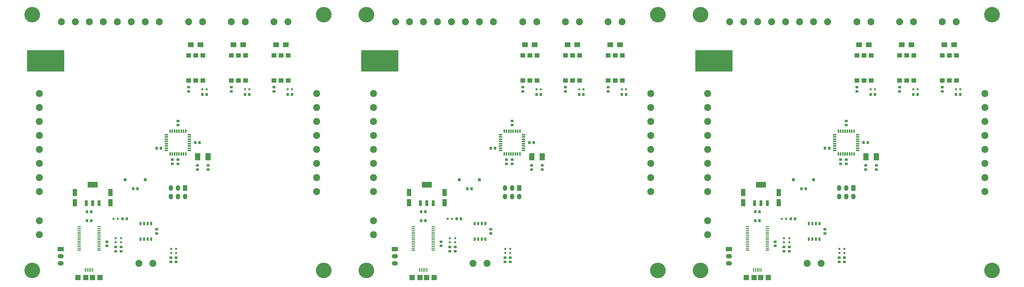
<source format=gts>
G04 (created by PCBNEW (2013-may-18)-stable) date Wed 01 Apr 2015 06:05:41 PM EDT*
%MOIN*%
G04 Gerber Fmt 3.4, Leading zero omitted, Abs format*
%FSLAX34Y34*%
G01*
G70*
G90*
G04 APERTURE LIST*
%ADD10C,0.00590551*%
%ADD11C,0.219*%
%ADD12R,0.05X0.016*%
%ADD13R,0.144X0.08*%
%ADD14R,0.04X0.08*%
%ADD15R,0.025X0.05*%
%ADD16R,0.0394X0.0394*%
%ADD17R,0.06X0.0787*%
%ADD18O,0.06X0.0787*%
%ADD19R,0.0866X0.06*%
%ADD20O,0.0866X0.06*%
%ADD21C,0.0984252*%
%ADD22R,0.0708661X0.0590551*%
%ADD23R,0.0217X0.0512*%
%ADD24R,0.0512X0.0217*%
%ADD25R,0.0723291X0.0998882*%
%ADD26R,0.063X0.1024*%
%ADD27R,0.0394X0.0354*%
%ADD28R,0.0354X0.0394*%
%ADD29R,0.0314X0.0314*%
%ADD30R,0.0747X0.0747*%
%ADD31R,0.0157X0.0531*%
%ADD32R,0.0157X0.053*%
%ADD33R,0.0827X0.0669*%
%ADD34C,0.01*%
G04 APERTURE END LIST*
G54D10*
G54D11*
X108000Y-20000D03*
X149000Y-20000D03*
X149000Y-56000D03*
G54D12*
X114600Y-49850D03*
X114600Y-50100D03*
X114600Y-50360D03*
X114600Y-50620D03*
X114600Y-50870D03*
X114600Y-51130D03*
X114600Y-51390D03*
X114600Y-51640D03*
X114600Y-51900D03*
X114600Y-52150D03*
X114600Y-52410D03*
X114600Y-52670D03*
X114600Y-52920D03*
X114600Y-53180D03*
X117400Y-53180D03*
X117400Y-52920D03*
X117400Y-52680D03*
X117400Y-52410D03*
X117400Y-52150D03*
X117400Y-51900D03*
X117400Y-51640D03*
X117400Y-51390D03*
X117400Y-51130D03*
X117400Y-50870D03*
X117400Y-50620D03*
X117400Y-50360D03*
X117400Y-50100D03*
X117400Y-49850D03*
G54D13*
X116500Y-43950D03*
G54D14*
X116500Y-46550D03*
X117400Y-46550D03*
X115600Y-46550D03*
G54D15*
X124750Y-49400D03*
X124250Y-49400D03*
X123750Y-49400D03*
X123250Y-49400D03*
X123250Y-51600D03*
X123750Y-51600D03*
X124250Y-51600D03*
X124750Y-51600D03*
G54D16*
X123917Y-43250D03*
X121083Y-43250D03*
G54D17*
X129500Y-44402D03*
G54D18*
X129500Y-45598D03*
X128500Y-44402D03*
X128500Y-45598D03*
X127500Y-44402D03*
X127500Y-45598D03*
G54D19*
X112000Y-53000D03*
G54D20*
X112000Y-54000D03*
X112000Y-55000D03*
G54D21*
X148000Y-31110D03*
X148000Y-33078D03*
X148000Y-35047D03*
X148000Y-37015D03*
X148000Y-38984D03*
X148000Y-40952D03*
X148000Y-44889D03*
X148000Y-42921D03*
X112110Y-21000D03*
X114078Y-21000D03*
X116047Y-21000D03*
X118015Y-21000D03*
X119984Y-21000D03*
X121952Y-21000D03*
X125889Y-21000D03*
X123921Y-21000D03*
X109000Y-44889D03*
X109000Y-42921D03*
X109000Y-40952D03*
X109000Y-38984D03*
X109000Y-37015D03*
X109000Y-35047D03*
X109000Y-31110D03*
X109000Y-33078D03*
X131984Y-21000D03*
X130015Y-21000D03*
X109000Y-49015D03*
X109000Y-50984D03*
X137984Y-21000D03*
X136015Y-21000D03*
X143984Y-21000D03*
X142015Y-21000D03*
X123015Y-55000D03*
X124984Y-55000D03*
G54D22*
X142000Y-29274D03*
X143000Y-29274D03*
X144000Y-29274D03*
X144000Y-25726D03*
X143000Y-25726D03*
X142000Y-25728D03*
X136000Y-29274D03*
X137000Y-29274D03*
X138000Y-29274D03*
X138000Y-25726D03*
X137000Y-25726D03*
X136000Y-25728D03*
X130000Y-29274D03*
X131000Y-29274D03*
X132000Y-29274D03*
X132000Y-25726D03*
X131000Y-25726D03*
X130000Y-25728D03*
G54D23*
X128343Y-39614D03*
X128657Y-39614D03*
X128972Y-39614D03*
X129287Y-39614D03*
X129602Y-39614D03*
X127398Y-39614D03*
X127713Y-39614D03*
X128028Y-39614D03*
G54D24*
X130114Y-39102D03*
X130114Y-38787D03*
X130114Y-38472D03*
X130114Y-38157D03*
X130114Y-37843D03*
X130114Y-37528D03*
X130114Y-37213D03*
X130114Y-36898D03*
G54D23*
X129602Y-36386D03*
X129287Y-36386D03*
X128972Y-36386D03*
X128657Y-36386D03*
X128343Y-36386D03*
X128028Y-36386D03*
X127713Y-36386D03*
X127398Y-36386D03*
G54D24*
X126886Y-36898D03*
X126886Y-37213D03*
X126886Y-37528D03*
X126886Y-37843D03*
X126886Y-38157D03*
X126886Y-38472D03*
X126886Y-38787D03*
X126886Y-39102D03*
G54D25*
X132728Y-40000D03*
X131271Y-40000D03*
G54D26*
X114000Y-45041D03*
X114000Y-46459D03*
X119000Y-46459D03*
X119000Y-45041D03*
G54D11*
X108000Y-56000D03*
G54D27*
X131250Y-41204D03*
X131250Y-41796D03*
X132750Y-41204D03*
X132750Y-41796D03*
G54D28*
X116296Y-47750D03*
X115704Y-47750D03*
G54D27*
X118500Y-51954D03*
X118500Y-52546D03*
X125500Y-50796D03*
X125500Y-50204D03*
G54D28*
X131546Y-38000D03*
X130954Y-38000D03*
X125504Y-38800D03*
X126096Y-38800D03*
X116296Y-49000D03*
X115704Y-49000D03*
G54D27*
X127700Y-40996D03*
X127700Y-40404D03*
G54D29*
X127550Y-53545D03*
X127550Y-52955D03*
X128250Y-53545D03*
X128250Y-52955D03*
X120500Y-52045D03*
X120500Y-51455D03*
X119750Y-52045D03*
X119750Y-51455D03*
X120045Y-48750D03*
X119455Y-48750D03*
G54D27*
X127500Y-54204D03*
X127500Y-54796D03*
X128250Y-54204D03*
X128250Y-54796D03*
X120500Y-52704D03*
X120500Y-53296D03*
X119750Y-52704D03*
X119750Y-53296D03*
G54D28*
X121296Y-48750D03*
X120704Y-48750D03*
X122796Y-44500D03*
X122204Y-44500D03*
G54D27*
X128500Y-40404D03*
X128500Y-40996D03*
X128500Y-35546D03*
X128500Y-34954D03*
X136000Y-30796D03*
X136000Y-30204D03*
X130000Y-30796D03*
X130000Y-30204D03*
X142000Y-30796D03*
X142000Y-30204D03*
G54D30*
X115528Y-57000D03*
X116472Y-57000D03*
X117555Y-57000D03*
X114445Y-57000D03*
G54D31*
X115488Y-55947D03*
G54D32*
X115745Y-55947D03*
X116000Y-55947D03*
X116255Y-55947D03*
X116512Y-55947D03*
G54D29*
X132545Y-30500D03*
X131955Y-30500D03*
X138545Y-30500D03*
X137955Y-30500D03*
X144545Y-30500D03*
X143955Y-30500D03*
G54D33*
X131681Y-24250D03*
X130319Y-24250D03*
X137681Y-24250D03*
X136319Y-24250D03*
X143681Y-24250D03*
X142319Y-24250D03*
G54D28*
X138546Y-31250D03*
X137954Y-31250D03*
X132546Y-31250D03*
X131954Y-31250D03*
X144546Y-31250D03*
X143954Y-31250D03*
X97546Y-31250D03*
X96954Y-31250D03*
X85546Y-31250D03*
X84954Y-31250D03*
X91546Y-31250D03*
X90954Y-31250D03*
G54D33*
X96681Y-24250D03*
X95319Y-24250D03*
X90681Y-24250D03*
X89319Y-24250D03*
X84681Y-24250D03*
X83319Y-24250D03*
G54D29*
X97545Y-30500D03*
X96955Y-30500D03*
X91545Y-30500D03*
X90955Y-30500D03*
X85545Y-30500D03*
X84955Y-30500D03*
G54D30*
X68528Y-57000D03*
X69472Y-57000D03*
X70555Y-57000D03*
X67445Y-57000D03*
G54D31*
X68488Y-55947D03*
G54D32*
X68745Y-55947D03*
X69000Y-55947D03*
X69255Y-55947D03*
X69512Y-55947D03*
G54D27*
X95000Y-30796D03*
X95000Y-30204D03*
X83000Y-30796D03*
X83000Y-30204D03*
X89000Y-30796D03*
X89000Y-30204D03*
X81500Y-35546D03*
X81500Y-34954D03*
X81500Y-40404D03*
X81500Y-40996D03*
G54D28*
X75796Y-44500D03*
X75204Y-44500D03*
X74296Y-48750D03*
X73704Y-48750D03*
G54D27*
X72750Y-52704D03*
X72750Y-53296D03*
X73500Y-52704D03*
X73500Y-53296D03*
X81250Y-54204D03*
X81250Y-54796D03*
X80500Y-54204D03*
X80500Y-54796D03*
G54D29*
X73045Y-48750D03*
X72455Y-48750D03*
X72750Y-52045D03*
X72750Y-51455D03*
X73500Y-52045D03*
X73500Y-51455D03*
X81250Y-53545D03*
X81250Y-52955D03*
X80550Y-53545D03*
X80550Y-52955D03*
G54D27*
X80700Y-40996D03*
X80700Y-40404D03*
G54D28*
X69296Y-49000D03*
X68704Y-49000D03*
X78504Y-38800D03*
X79096Y-38800D03*
X84546Y-38000D03*
X83954Y-38000D03*
G54D27*
X78500Y-50796D03*
X78500Y-50204D03*
X71500Y-51954D03*
X71500Y-52546D03*
G54D28*
X69296Y-47750D03*
X68704Y-47750D03*
G54D27*
X85750Y-41204D03*
X85750Y-41796D03*
X84250Y-41204D03*
X84250Y-41796D03*
G54D11*
X61000Y-56000D03*
G54D26*
X72000Y-46459D03*
X72000Y-45041D03*
X67000Y-45041D03*
X67000Y-46459D03*
G54D25*
X85728Y-40000D03*
X84271Y-40000D03*
G54D23*
X81343Y-39614D03*
X81657Y-39614D03*
X81972Y-39614D03*
X82287Y-39614D03*
X82602Y-39614D03*
X80398Y-39614D03*
X80713Y-39614D03*
X81028Y-39614D03*
G54D24*
X83114Y-39102D03*
X83114Y-38787D03*
X83114Y-38472D03*
X83114Y-38157D03*
X83114Y-37843D03*
X83114Y-37528D03*
X83114Y-37213D03*
X83114Y-36898D03*
G54D23*
X82602Y-36386D03*
X82287Y-36386D03*
X81972Y-36386D03*
X81657Y-36386D03*
X81343Y-36386D03*
X81028Y-36386D03*
X80713Y-36386D03*
X80398Y-36386D03*
G54D24*
X79886Y-36898D03*
X79886Y-37213D03*
X79886Y-37528D03*
X79886Y-37843D03*
X79886Y-38157D03*
X79886Y-38472D03*
X79886Y-38787D03*
X79886Y-39102D03*
G54D22*
X83000Y-29274D03*
X84000Y-29274D03*
X85000Y-29274D03*
X85000Y-25726D03*
X84000Y-25726D03*
X83000Y-25728D03*
X89000Y-29274D03*
X90000Y-29274D03*
X91000Y-29274D03*
X91000Y-25726D03*
X90000Y-25726D03*
X89000Y-25728D03*
X95000Y-29274D03*
X96000Y-29274D03*
X97000Y-29274D03*
X97000Y-25726D03*
X96000Y-25726D03*
X95000Y-25728D03*
G54D21*
X76015Y-55000D03*
X77984Y-55000D03*
X96984Y-21000D03*
X95015Y-21000D03*
X90984Y-21000D03*
X89015Y-21000D03*
X62000Y-49015D03*
X62000Y-50984D03*
X84984Y-21000D03*
X83015Y-21000D03*
X62000Y-44889D03*
X62000Y-42921D03*
X62000Y-40952D03*
X62000Y-38984D03*
X62000Y-37015D03*
X62000Y-35047D03*
X62000Y-31110D03*
X62000Y-33078D03*
X65110Y-21000D03*
X67078Y-21000D03*
X69047Y-21000D03*
X71015Y-21000D03*
X72984Y-21000D03*
X74952Y-21000D03*
X78889Y-21000D03*
X76921Y-21000D03*
X101000Y-31110D03*
X101000Y-33078D03*
X101000Y-35047D03*
X101000Y-37015D03*
X101000Y-38984D03*
X101000Y-40952D03*
X101000Y-44889D03*
X101000Y-42921D03*
G54D19*
X65000Y-53000D03*
G54D20*
X65000Y-54000D03*
X65000Y-55000D03*
G54D17*
X82500Y-44402D03*
G54D18*
X82500Y-45598D03*
X81500Y-44402D03*
X81500Y-45598D03*
X80500Y-44402D03*
X80500Y-45598D03*
G54D16*
X76917Y-43250D03*
X74083Y-43250D03*
G54D15*
X77750Y-49400D03*
X77250Y-49400D03*
X76750Y-49400D03*
X76250Y-49400D03*
X76250Y-51600D03*
X76750Y-51600D03*
X77250Y-51600D03*
X77750Y-51600D03*
G54D13*
X69500Y-43950D03*
G54D14*
X69500Y-46550D03*
X70400Y-46550D03*
X68600Y-46550D03*
G54D12*
X67600Y-49850D03*
X67600Y-50100D03*
X67600Y-50360D03*
X67600Y-50620D03*
X67600Y-50870D03*
X67600Y-51130D03*
X67600Y-51390D03*
X67600Y-51640D03*
X67600Y-51900D03*
X67600Y-52150D03*
X67600Y-52410D03*
X67600Y-52670D03*
X67600Y-52920D03*
X67600Y-53180D03*
X70400Y-53180D03*
X70400Y-52920D03*
X70400Y-52680D03*
X70400Y-52410D03*
X70400Y-52150D03*
X70400Y-51900D03*
X70400Y-51640D03*
X70400Y-51390D03*
X70400Y-51130D03*
X70400Y-50870D03*
X70400Y-50620D03*
X70400Y-50360D03*
X70400Y-50100D03*
X70400Y-49850D03*
G54D11*
X102000Y-56000D03*
X102000Y-20000D03*
X61000Y-20000D03*
X14000Y-20000D03*
X55000Y-20000D03*
X55000Y-56000D03*
G54D12*
X20600Y-49850D03*
X20600Y-50100D03*
X20600Y-50360D03*
X20600Y-50620D03*
X20600Y-50870D03*
X20600Y-51130D03*
X20600Y-51390D03*
X20600Y-51640D03*
X20600Y-51900D03*
X20600Y-52150D03*
X20600Y-52410D03*
X20600Y-52670D03*
X20600Y-52920D03*
X20600Y-53180D03*
X23400Y-53180D03*
X23400Y-52920D03*
X23400Y-52680D03*
X23400Y-52410D03*
X23400Y-52150D03*
X23400Y-51900D03*
X23400Y-51640D03*
X23400Y-51390D03*
X23400Y-51130D03*
X23400Y-50870D03*
X23400Y-50620D03*
X23400Y-50360D03*
X23400Y-50100D03*
X23400Y-49850D03*
G54D13*
X22500Y-43950D03*
G54D14*
X22500Y-46550D03*
X23400Y-46550D03*
X21600Y-46550D03*
G54D15*
X30750Y-49400D03*
X30250Y-49400D03*
X29750Y-49400D03*
X29250Y-49400D03*
X29250Y-51600D03*
X29750Y-51600D03*
X30250Y-51600D03*
X30750Y-51600D03*
G54D16*
X29917Y-43250D03*
X27083Y-43250D03*
G54D17*
X35500Y-44402D03*
G54D18*
X35500Y-45598D03*
X34500Y-44402D03*
X34500Y-45598D03*
X33500Y-44402D03*
X33500Y-45598D03*
G54D19*
X18000Y-53000D03*
G54D20*
X18000Y-54000D03*
X18000Y-55000D03*
G54D21*
X54000Y-31110D03*
X54000Y-33078D03*
X54000Y-35047D03*
X54000Y-37015D03*
X54000Y-38984D03*
X54000Y-40952D03*
X54000Y-44889D03*
X54000Y-42921D03*
X18110Y-21000D03*
X20078Y-21000D03*
X22047Y-21000D03*
X24015Y-21000D03*
X25984Y-21000D03*
X27952Y-21000D03*
X31889Y-21000D03*
X29921Y-21000D03*
X15000Y-44889D03*
X15000Y-42921D03*
X15000Y-40952D03*
X15000Y-38984D03*
X15000Y-37015D03*
X15000Y-35047D03*
X15000Y-31110D03*
X15000Y-33078D03*
X37984Y-21000D03*
X36015Y-21000D03*
X15000Y-49015D03*
X15000Y-50984D03*
X43984Y-21000D03*
X42015Y-21000D03*
X49984Y-21000D03*
X48015Y-21000D03*
X29015Y-55000D03*
X30984Y-55000D03*
G54D22*
X48000Y-29274D03*
X49000Y-29274D03*
X50000Y-29274D03*
X50000Y-25726D03*
X49000Y-25726D03*
X48000Y-25728D03*
X42000Y-29274D03*
X43000Y-29274D03*
X44000Y-29274D03*
X44000Y-25726D03*
X43000Y-25726D03*
X42000Y-25728D03*
X36000Y-29274D03*
X37000Y-29274D03*
X38000Y-29274D03*
X38000Y-25726D03*
X37000Y-25726D03*
X36000Y-25728D03*
G54D23*
X34343Y-39614D03*
X34657Y-39614D03*
X34972Y-39614D03*
X35287Y-39614D03*
X35602Y-39614D03*
X33398Y-39614D03*
X33713Y-39614D03*
X34028Y-39614D03*
G54D24*
X36114Y-39102D03*
X36114Y-38787D03*
X36114Y-38472D03*
X36114Y-38157D03*
X36114Y-37843D03*
X36114Y-37528D03*
X36114Y-37213D03*
X36114Y-36898D03*
G54D23*
X35602Y-36386D03*
X35287Y-36386D03*
X34972Y-36386D03*
X34657Y-36386D03*
X34343Y-36386D03*
X34028Y-36386D03*
X33713Y-36386D03*
X33398Y-36386D03*
G54D24*
X32886Y-36898D03*
X32886Y-37213D03*
X32886Y-37528D03*
X32886Y-37843D03*
X32886Y-38157D03*
X32886Y-38472D03*
X32886Y-38787D03*
X32886Y-39102D03*
G54D25*
X38728Y-40000D03*
X37271Y-40000D03*
G54D26*
X20000Y-45041D03*
X20000Y-46459D03*
X25000Y-46459D03*
X25000Y-45041D03*
G54D11*
X14000Y-56000D03*
G54D27*
X37250Y-41204D03*
X37250Y-41796D03*
X38750Y-41204D03*
X38750Y-41796D03*
G54D28*
X22296Y-47750D03*
X21704Y-47750D03*
G54D27*
X24500Y-51954D03*
X24500Y-52546D03*
X31500Y-50796D03*
X31500Y-50204D03*
G54D28*
X37546Y-38000D03*
X36954Y-38000D03*
X31504Y-38800D03*
X32096Y-38800D03*
X22296Y-49000D03*
X21704Y-49000D03*
G54D27*
X33700Y-40996D03*
X33700Y-40404D03*
G54D29*
X33550Y-53545D03*
X33550Y-52955D03*
X34250Y-53545D03*
X34250Y-52955D03*
X26500Y-52045D03*
X26500Y-51455D03*
X25750Y-52045D03*
X25750Y-51455D03*
X26045Y-48750D03*
X25455Y-48750D03*
G54D27*
X33500Y-54204D03*
X33500Y-54796D03*
X34250Y-54204D03*
X34250Y-54796D03*
X26500Y-52704D03*
X26500Y-53296D03*
X25750Y-52704D03*
X25750Y-53296D03*
G54D28*
X27296Y-48750D03*
X26704Y-48750D03*
X28796Y-44500D03*
X28204Y-44500D03*
G54D27*
X34500Y-40404D03*
X34500Y-40996D03*
X34500Y-35546D03*
X34500Y-34954D03*
X42000Y-30796D03*
X42000Y-30204D03*
X36000Y-30796D03*
X36000Y-30204D03*
X48000Y-30796D03*
X48000Y-30204D03*
G54D30*
X21528Y-57000D03*
X22472Y-57000D03*
X23555Y-57000D03*
X20445Y-57000D03*
G54D31*
X21488Y-55947D03*
G54D32*
X21745Y-55947D03*
X22000Y-55947D03*
X22255Y-55947D03*
X22512Y-55947D03*
G54D29*
X38545Y-30500D03*
X37955Y-30500D03*
X44545Y-30500D03*
X43955Y-30500D03*
X50545Y-30500D03*
X49955Y-30500D03*
G54D33*
X37681Y-24250D03*
X36319Y-24250D03*
X43681Y-24250D03*
X42319Y-24250D03*
X49681Y-24250D03*
X48319Y-24250D03*
G54D28*
X44546Y-31250D03*
X43954Y-31250D03*
X38546Y-31250D03*
X37954Y-31250D03*
X50546Y-31250D03*
X49954Y-31250D03*
G54D10*
G36*
X18450Y-27950D02*
X13300Y-27950D01*
X13300Y-25050D01*
X18450Y-25050D01*
X18450Y-27950D01*
X18450Y-27950D01*
G37*
G54D34*
X18450Y-27950D02*
X13300Y-27950D01*
X13300Y-25050D01*
X18450Y-25050D01*
X18450Y-27950D01*
G54D10*
G36*
X65450Y-27950D02*
X60300Y-27950D01*
X60300Y-25050D01*
X65450Y-25050D01*
X65450Y-27950D01*
X65450Y-27950D01*
G37*
G54D34*
X65450Y-27950D02*
X60300Y-27950D01*
X60300Y-25050D01*
X65450Y-25050D01*
X65450Y-27950D01*
G54D10*
G36*
X112450Y-27950D02*
X107300Y-27950D01*
X107300Y-25050D01*
X112450Y-25050D01*
X112450Y-27950D01*
X112450Y-27950D01*
G37*
G54D34*
X112450Y-27950D02*
X107300Y-27950D01*
X107300Y-25050D01*
X112450Y-25050D01*
X112450Y-27950D01*
M02*

</source>
